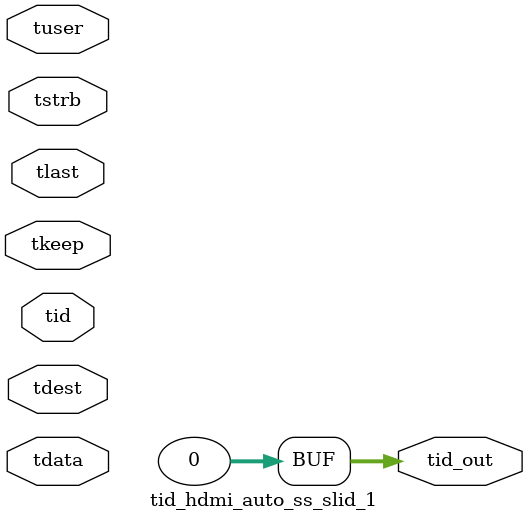
<source format=v>


`timescale 1ps/1ps

module tid_hdmi_auto_ss_slid_1 #
(
parameter C_S_AXIS_TID_WIDTH   = 1,
parameter C_S_AXIS_TUSER_WIDTH = 0,
parameter C_S_AXIS_TDATA_WIDTH = 0,
parameter C_S_AXIS_TDEST_WIDTH = 0,
parameter C_M_AXIS_TID_WIDTH   = 32
)
(
input  [(C_S_AXIS_TID_WIDTH   == 0 ? 1 : C_S_AXIS_TID_WIDTH)-1:0       ] tid,
input  [(C_S_AXIS_TDATA_WIDTH == 0 ? 1 : C_S_AXIS_TDATA_WIDTH)-1:0     ] tdata,
input  [(C_S_AXIS_TUSER_WIDTH == 0 ? 1 : C_S_AXIS_TUSER_WIDTH)-1:0     ] tuser,
input  [(C_S_AXIS_TDEST_WIDTH == 0 ? 1 : C_S_AXIS_TDEST_WIDTH)-1:0     ] tdest,
input  [(C_S_AXIS_TDATA_WIDTH/8)-1:0 ] tkeep,
input  [(C_S_AXIS_TDATA_WIDTH/8)-1:0 ] tstrb,
input                                                                    tlast,
output [(C_M_AXIS_TID_WIDTH   == 0 ? 1 : C_M_AXIS_TID_WIDTH)-1:0       ] tid_out
);

assign tid_out = {1'b0};

endmodule


</source>
